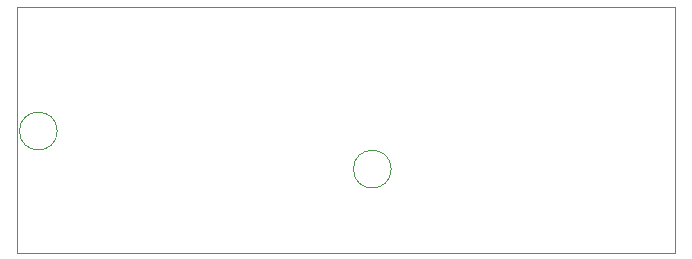
<source format=gbr>
G04 #@! TF.GenerationSoftware,KiCad,Pcbnew,(5.1.5)-3*
G04 #@! TF.CreationDate,2020-07-17T00:05:11-04:00*
G04 #@! TF.ProjectId,Power Transducer,506f7765-7220-4547-9261-6e7364756365,rev?*
G04 #@! TF.SameCoordinates,Original*
G04 #@! TF.FileFunction,Profile,NP*
%FSLAX46Y46*%
G04 Gerber Fmt 4.6, Leading zero omitted, Abs format (unit mm)*
G04 Created by KiCad (PCBNEW (5.1.5)-3) date 2020-07-17 00:05:11*
%MOMM*%
%LPD*%
G04 APERTURE LIST*
%ADD10C,0.120000*%
%ADD11C,0.050000*%
G04 APERTURE END LIST*
D10*
X124663000Y-83363000D02*
G75*
G03X124663000Y-83363000I-1600000J0D01*
G01*
X96393000Y-80137000D02*
G75*
G03X96393000Y-80137000I-1600000J0D01*
G01*
D11*
X92964000Y-90424000D02*
X92964000Y-69596000D01*
X148717000Y-90424000D02*
X92964000Y-90424000D01*
X148717000Y-69596000D02*
X148717000Y-90424000D01*
X92964000Y-69596000D02*
X148717000Y-69596000D01*
M02*

</source>
